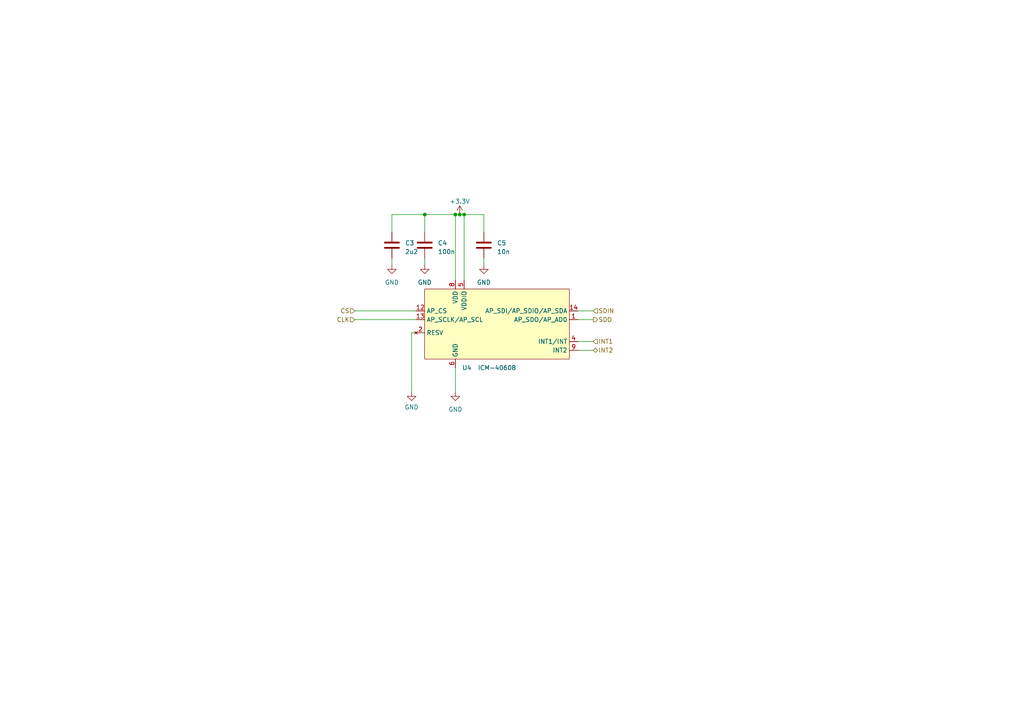
<source format=kicad_sch>
(kicad_sch (version 20230121) (generator eeschema)
  (paper "A4")
  (lib_symbols
    (symbol "Device:C" (pin_numbers hide) (pin_names (offset 0.254))
      (property "Reference" "C" (at 0.635 2.54 0))
      (property "Value" "C" (at 0.635 -2.54 0))
      (symbol "C_0_1"
        (polyline (pts (xy -2.032 -0.762) (xy 2.032 -0.762)) (stroke (width 0.508)))
        (polyline (pts (xy -2.032 0.762) (xy 2.032 0.762)) (stroke (width 0.508)))
      )
      (symbol "C_1_1"
        (pin passive line (at 0 3.81 270) (length 2.794) (name "~") (number "1"))
        (pin passive line (at 0 -3.81 90) (length 2.794) (name "~") (number "2"))
      )
    )
    (symbol "IMU:ICM-40608"
      (property "Reference" "U" (at 15.24 -36.83 0))
      (property "Value" "ICM-40608" (at 20.32 -34.29 0))
      (symbol "ICM-40608_1_1"
        (rectangle (start 2.54 -11.43) (end 44.45 -31.75) (fill (type background)))
        (pin output line (at 46.99 -20.32 180) (length 2.54) (name "AP_SDO/AP_AD0") (number "1"))
        (pin power_in line (at 0 -24.13 0) (length 2.54) hide (name "RESV") (number "10"))
        (pin power_in line (at 0 -24.13 0) (length 2.54) hide (name "RESV") (number "11"))
        (pin input line (at 0 -17.78 0) (length 2.54) (name "AP_CS") (number "12"))
        (pin input line (at 0 -20.32 0) (length 2.54) (name "AP_SCLK/AP_SCL") (number "13"))
        (pin bidirectional line (at 46.99 -17.78 180) (length 2.54) (name "AP_SDI/AP_SDIO/AP_SDA") (number "14"))
        (pin no_connect line (at 0 -24.13 0) (length 2.54) (name "RESV") (number "2"))
        (pin no_connect line (at 0 -24.13 0) (length 2.54) hide (name "RESV") (number "3"))
        (pin output line (at 46.99 -26.67 180) (length 2.54) (name "INT1/INT") (number "4"))
        (pin power_in line (at 13.97 -8.89 270) (length 2.54) (name "VDDIO") (number "5"))
        (pin power_in line (at 11.43 -34.29 90) (length 2.54) (name "GND") (number "6"))
        (pin no_connect line (at 0 -24.13 0) (length 2.54) hide (name "RESV") (number "7"))
        (pin power_in line (at 11.43 -8.89 270) (length 2.54) (name "VDD") (number "8"))
        (pin power_in line (at 46.99 -29.21 180) (length 2.54) (name "INT2") (number "9"))
      )
    )
    (symbol "power:+3.3V" (power) (pin_names (offset 0))
      (property "Value" "+3.3V" (at 0 3.556 0))
      (symbol "+3.3V_0_1"
        (polyline (pts (xy -0.762 1.27) (xy 0 2.54)))
        (polyline (pts (xy 0 0) (xy 0 2.54)))
        (polyline (pts (xy 0 2.54) (xy 0.762 1.27)))
      )
      (symbol "+3.3V_1_1"
        (pin power_in line (at 0 0 90) (length 0) hide (name "+3.3V") (number "1"))
      )
    )
    (symbol "power:GND" (power) (pin_names (offset 0))
      (property "Value" "GND" (at 0 -3.81 0))
      (symbol "GND_0_1"
        (polyline (pts (xy 0 0) (xy 0 -1.27) (xy 1.27 -1.27) (xy 0 -2.54) (xy -1.27 -1.27) (xy 0 -1.27)))
      )
      (symbol "GND_1_1"
        (pin power_in line (at 0 0 270) (length 0) hide (name "GND") (number "1"))
      )
    )
  )
  (junction (at 123.19 62.23))
  (junction (at 133.35 62.23))
  (junction (at 134.62 62.23))
  (junction (at 132.08 62.23))
  (wire (pts (xy 132.08 81.28) (xy 132.08 62.23)))
  (wire (pts (xy 140.335 74.93) (xy 140.335 76.835)))
  (wire (pts (xy 113.665 67.31) (xy 113.665 62.23)))
  (wire (pts (xy 134.62 62.23) (xy 140.335 62.23)))
  (wire (pts (xy 102.87 92.71) (xy 120.65 92.71)))
  (wire (pts (xy 120.65 96.52) (xy 119.38 96.52)))
  (wire (pts (xy 132.08 113.665) (xy 132.08 106.68)))
  (wire (pts (xy 123.19 74.93) (xy 123.19 76.835)))
  (wire (pts (xy 113.665 74.93) (xy 113.665 76.835)))
  (wire (pts (xy 172.085 99.06) (xy 167.64 99.06)))
  (wire (pts (xy 140.335 67.31) (xy 140.335 62.23)))
  (wire (pts (xy 134.62 81.28) (xy 134.62 62.23)))
  (wire (pts (xy 123.19 67.31) (xy 123.19 62.23)))
  (wire (pts (xy 167.64 90.17) (xy 172.085 90.17)))
  (wire (pts (xy 167.64 92.71) (xy 172.085 92.71)))
  (wire (pts (xy 113.665 62.23) (xy 123.19 62.23)))
  (wire (pts (xy 134.62 62.23) (xy 133.35 62.23)))
  (wire (pts (xy 172.085 101.6) (xy 167.64 101.6)))
  (wire (pts (xy 132.08 62.23) (xy 133.35 62.23)))
  (wire (pts (xy 123.19 62.23) (xy 132.08 62.23)))
  (wire (pts (xy 119.38 96.52) (xy 119.38 113.665)))
  (wire (pts (xy 102.87 90.17) (xy 120.65 90.17)))
  (hierarchical_label "SDIN" (shape input) (at 172.085 90.17 0))
  (hierarchical_label "CLK" (shape input) (at 102.87 92.71 180))
  (hierarchical_label "INT1" (shape input) (at 172.085 99.06 0))
  (hierarchical_label "SDO" (shape output) (at 172.085 92.71 0))
  (hierarchical_label "CS" (shape input) (at 102.87 90.17 180))
  (hierarchical_label "INT2" (shape bidirectional) (at 172.085 101.6 0))
  (symbol (lib_id "power:GND") (at 140.335 76.835 0) (unit 1)
    (property "Reference" "#PWR?" (effects hide))
    (property "Value" "GND" (at 140.335 81.915 0))
    (instances (project "Open_hand" (path "" (reference "#PWR016") (unit 1)) (path "" (reference "#PWR0118") (unit 1)) (path "" (reference "#PWR076") (unit 1)) (path "" (reference "#PWR0112") (unit 1)) (path "" (reference "#PWR0106") (unit 1)) (path "" (reference "#PWR094") (unit 1)) (path "" (reference "#PWR0100") (unit 1)) (path "" (reference "#PWR088") (unit 1)) (path "" (reference "#PWR058") (unit 1)) (path "" (reference "#PWR022") (unit 1)) (path "" (reference "#PWR082") (unit 1)) (path "" (reference "#PWR064") (unit 1)) (path "" (reference "#PWR070") (unit 1)) (path "" (reference "#PWR052") (unit 1)) (path "" (reference "#PWR034") (unit 1)) (path "" (reference "#PWR040") (unit 1)) (path "" (reference "#PWR046") (unit 1)) (path "" (reference "#PWR028") (unit 1))))
  )
  (symbol (lib_id "power:GND") (at 132.08 113.665 0) (unit 1)
    (property "Reference" "#PWR?" (effects hide))
    (property "Value" "GND" (at 132.08 118.745 0))
    (instances (project "Open_hand" (path "" (reference "#PWR018") (unit 1)) (path "" (reference "#PWR0120") (unit 1)) (path "" (reference "#PWR078") (unit 1)) (path "" (reference "#PWR0114") (unit 1)) (path "" (reference "#PWR0108") (unit 1)) (path "" (reference "#PWR096") (unit 1)) (path "" (reference "#PWR0102") (unit 1)) (path "" (reference "#PWR090") (unit 1)) (path "" (reference "#PWR060") (unit 1)) (path "" (reference "#PWR024") (unit 1)) (path "" (reference "#PWR084") (unit 1)) (path "" (reference "#PWR066") (unit 1)) (path "" (reference "#PWR072") (unit 1)) (path "" (reference "#PWR054") (unit 1)) (path "" (reference "#PWR036") (unit 1)) (path "" (reference "#PWR042") (unit 1)) (path "" (reference "#PWR048") (unit 1)) (path "" (reference "#PWR030") (unit 1))))
  )
  (symbol (lib_id "Device:C") (at 113.665 71.12 0) (unit 1)
    (property "Reference" "C?" (at 117.475 70.485 0) (effects (justify left)))
    (property "Value" "2u2" (at 117.475 73.025 0) (effects (justify left)))
    (property "Footprint" "Capacitor_SMD:C_0603_1608Metric" (effects hide))
    (instances (project "Open_hand" (path "" (reference "C3") (unit 1)) (path "" (reference "C54") (unit 1)) (path "" (reference "C33") (unit 1)) (path "" (reference "C51") (unit 1)) (path "" (reference "C48") (unit 1)) (path "" (reference "C42") (unit 1)) (path "" (reference "C45") (unit 1)) (path "" (reference "C39") (unit 1)) (path "" (reference "C24") (unit 1)) (path "" (reference "C6") (unit 1)) (path "" (reference "C36") (unit 1)) (path "" (reference "C27") (unit 1)) (path "" (reference "C30") (unit 1)) (path "" (reference "C21") (unit 1)) (path "" (reference "C12") (unit 1)) (path "" (reference "C15") (unit 1)) (path "" (reference "C18") (unit 1)) (path "" (reference "C9") (unit 1))))
  )
  (symbol (lib_id "power:GND") (at 123.19 76.835 0) (unit 1)
    (property "Reference" "#PWR?" (effects hide))
    (property "Value" "GND" (at 123.19 81.915 0))
    (instances (project "Open_hand" (path "" (reference "#PWR015") (unit 1)) (path "" (reference "#PWR0117") (unit 1)) (path "" (reference "#PWR075") (unit 1)) (path "" (reference "#PWR0111") (unit 1)) (path "" (reference "#PWR0105") (unit 1)) (path "" (reference "#PWR093") (unit 1)) (path "" (reference "#PWR099") (unit 1)) (path "" (reference "#PWR087") (unit 1)) (path "" (reference "#PWR057") (unit 1)) (path "" (reference "#PWR021") (unit 1)) (path "" (reference "#PWR081") (unit 1)) (path "" (reference "#PWR063") (unit 1)) (path "" (reference "#PWR069") (unit 1)) (path "" (reference "#PWR051") (unit 1)) (path "" (reference "#PWR033") (unit 1)) (path "" (reference "#PWR039") (unit 1)) (path "" (reference "#PWR045") (unit 1)) (path "" (reference "#PWR027") (unit 1))))
  )
  (symbol (lib_id "power:+3.3V") (at 133.35 62.23 0) (unit 1)
    (property "Reference" "#PWR?" (effects hide))
    (property "Value" "+3.3V" (at 133.35 58.42 0))
    (instances (project "Open_hand" (path "" (reference "#PWR013") (unit 1)) (path "" (reference "#PWR0115") (unit 1)) (path "" (reference "#PWR073") (unit 1)) (path "" (reference "#PWR0109") (unit 1)) (path "" (reference "#PWR0103") (unit 1)) (path "" (reference "#PWR091") (unit 1)) (path "" (reference "#PWR097") (unit 1)) (path "" (reference "#PWR085") (unit 1)) (path "" (reference "#PWR055") (unit 1)) (path "" (reference "#PWR019") (unit 1)) (path "" (reference "#PWR079") (unit 1)) (path "" (reference "#PWR061") (unit 1)) (path "" (reference "#PWR067") (unit 1)) (path "" (reference "#PWR049") (unit 1)) (path "" (reference "#PWR031") (unit 1)) (path "" (reference "#PWR037") (unit 1)) (path "" (reference "#PWR043") (unit 1)) (path "" (reference "#PWR025") (unit 1))))
  )
  (symbol (lib_id "IMU:ICM-40608") (at 120.65 72.39 0) (unit 1)
    (property "Reference" "U?" (at 134.0359 106.68 0) (effects (justify left)))
    (property "Value" "ICM-40608" (at 144.145 106.68 0))
    (property "Footprint" "Package_LGA:LGA-14_3x2.5mm_P0.5mm_LayoutBorder3x4y" (effects hide))
    (instances (project "Open_hand" (path "" (reference "U4") (unit 1)) (path "" (reference "U21") (unit 1)) (path "" (reference "U14") (unit 1)) (path "" (reference "U20") (unit 1)) (path "" (reference "U19") (unit 1)) (path "" (reference "U17") (unit 1)) (path "" (reference "U18") (unit 1)) (path "" (reference "U16") (unit 1)) (path "" (reference "U11") (unit 1)) (path "" (reference "U5") (unit 1)) (path "" (reference "U15") (unit 1)) (path "" (reference "U12") (unit 1)) (path "" (reference "U13") (unit 1)) (path "" (reference "U10") (unit 1)) (path "" (reference "U7") (unit 1)) (path "" (reference "U8") (unit 1)) (path "" (reference "U9") (unit 1)) (path "" (reference "U6") (unit 1))))
  )
  (symbol (lib_id "Device:C") (at 140.335 71.12 0) (unit 1)
    (property "Reference" "C?" (at 144.145 70.485 0) (effects (justify left)))
    (property "Value" "10n" (at 144.145 73.025 0) (effects (justify left)))
    (property "Footprint" "Capacitor_SMD:C_0402_1005Metric" (effects hide))
    (instances (project "Open_hand" (path "" (reference "C5") (unit 1)) (path "" (reference "C56") (unit 1)) (path "" (reference "C35") (unit 1)) (path "" (reference "C53") (unit 1)) (path "" (reference "C50") (unit 1)) (path "" (reference "C44") (unit 1)) (path "" (reference "C47") (unit 1)) (path "" (reference "C41") (unit 1)) (path "" (reference "C26") (unit 1)) (path "" (reference "C8") (unit 1)) (path "" (reference "C38") (unit 1)) (path "" (reference "C29") (unit 1)) (path "" (reference "C32") (unit 1)) (path "" (reference "C23") (unit 1)) (path "" (reference "C14") (unit 1)) (path "" (reference "C17") (unit 1)) (path "" (reference "C20") (unit 1)) (path "" (reference "C11") (unit 1))))
  )
  (symbol (lib_id "power:GND") (at 119.38 113.665 0) (unit 1)
    (property "Reference" "#PWR?" (effects hide))
    (property "Value" "GND" (at 119.38 118.11 0))
    (instances (project "Open_hand" (path "" (reference "#PWR017") (unit 1)) (path "" (reference "#PWR0119") (unit 1)) (path "" (reference "#PWR077") (unit 1)) (path "" (reference "#PWR0113") (unit 1)) (path "" (reference "#PWR0107") (unit 1)) (path "" (reference "#PWR095") (unit 1)) (path "" (reference "#PWR0101") (unit 1)) (path "" (reference "#PWR089") (unit 1)) (path "" (reference "#PWR059") (unit 1)) (path "" (reference "#PWR023") (unit 1)) (path "" (reference "#PWR083") (unit 1)) (path "" (reference "#PWR065") (unit 1)) (path "" (reference "#PWR071") (unit 1)) (path "" (reference "#PWR053") (unit 1)) (path "" (reference "#PWR035") (unit 1)) (path "" (reference "#PWR041") (unit 1)) (path "" (reference "#PWR047") (unit 1)) (path "" (reference "#PWR029") (unit 1))))
  )
  (symbol (lib_id "Device:C") (at 123.19 71.12 0) (unit 1)
    (property "Reference" "C?" (at 127 70.485 0) (effects (justify left)))
    (property "Value" "100n" (at 127 73.025 0) (effects (justify left)))
    (property "Footprint" "Capacitor_SMD:C_0603_1608Metric" (effects hide))
    (instances (project "Open_hand" (path "" (reference "C4") (unit 1)) (path "" (reference "C55") (unit 1)) (path "" (reference "C34") (unit 1)) (path "" (reference "C52") (unit 1)) (path "" (reference "C49") (unit 1)) (path "" (reference "C43") (unit 1)) (path "" (reference "C46") (unit 1)) (path "" (reference "C40") (unit 1)) (path "" (reference "C25") (unit 1)) (path "" (reference "C7") (unit 1)) (path "" (reference "C37") (unit 1)) (path "" (reference "C28") (unit 1)) (path "" (reference "C31") (unit 1)) (path "" (reference "C22") (unit 1)) (path "" (reference "C13") (unit 1)) (path "" (reference "C16") (unit 1)) (path "" (reference "C19") (unit 1)) (path "" (reference "C10") (unit 1))))
  )
  (symbol (lib_id "power:GND") (at 113.665 76.835 0) (unit 1)
    (property "Reference" "#PWR?" (effects hide))
    (property "Value" "GND" (at 113.665 81.915 0))
    (instances (project "Open_hand" (path "" (reference "#PWR014") (unit 1)) (path "" (reference "#PWR0116") (unit 1)) (path "" (reference "#PWR074") (unit 1)) (path "" (reference "#PWR0110") (unit 1)) (path "" (reference "#PWR0104") (unit 1)) (path "" (reference "#PWR092") (unit 1)) (path "" (reference "#PWR098") (unit 1)) (path "" (reference "#PWR086") (unit 1)) (path "" (reference "#PWR056") (unit 1)) (path "" (reference "#PWR020") (unit 1)) (path "" (reference "#PWR080") (unit 1)) (path "" (reference "#PWR062") (unit 1)) (path "" (reference "#PWR068") (unit 1)) (path "" (reference "#PWR050") (unit 1)) (path "" (reference "#PWR032") (unit 1)) (path "" (reference "#PWR038") (unit 1)) (path "" (reference "#PWR044") (unit 1)) (path "" (reference "#PWR026") (unit 1))))
  )
)
</source>
